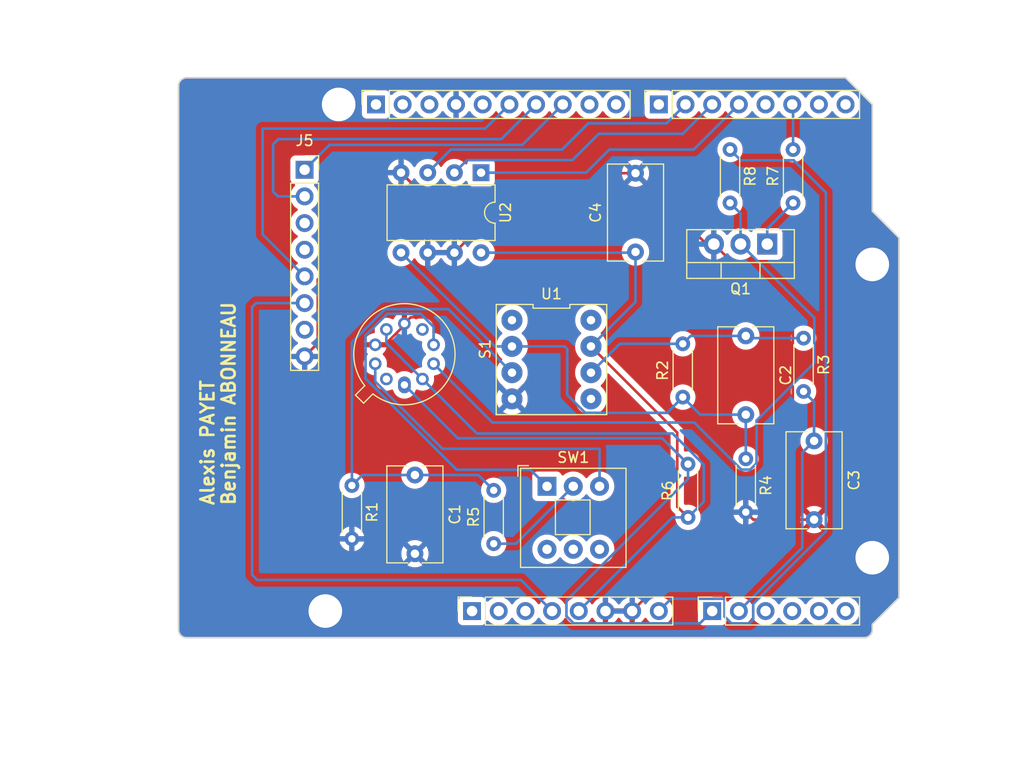
<source format=kicad_pcb>
(kicad_pcb (version 20221018) (generator pcbnew)
  (title_block (title "Gas Sensor") (date "2024-01-20") (company "INSA Toulouse"))
  (layers (0 "F.Cu" signal) (31 "B.Cu" signal) (34 "B.Paste" user) (35 "F.Paste" user) (36 "B.SilkS" user "B.Silkscreen") (37 "F.SilkS" user "F.Silkscreen") (38 "B.Mask" user) (39 "F.Mask" user) (44 "Edge.Cuts" user))
  (net 0 "")
  (net 1 "GND")
  (net 3 "+5V")
  (net 4 "/IOREF")
  (net 5 "Net-(U1-+IN)")
  (net 6 "Net-(U1-OUT)")
  (net 7 "/13")
  (net 8 "POT_R")
  (net 9 "/8")
  (net 10 "/7")
  (net 11 "UNO_A1")
  (net 12 "+3.3V")
  (net 13 "/*9")
  (net 14 "+12V")
  (net 15 "LoRa_RST")
  (net 16 "LoRa_RX")
  (net 17 "LoRa_TX")
  (net 18 "/TX{slash}1")
  (net 19 "/*3")
  (net 20 "/RX{slash}0")
  (net 21 "UNO_A0")
  (net 22 "POT_MOSI")
  (net 23 "/~{RESET}")
  (net 25 "POT_SCK")
  (net 26 "POT_CS")
  (net 27 "SW_GAS_CTRL")
  (net 31 "Net-(Q1-G)")
  (net 32 "SW_12V")
  (net 33 "Net-(SW1-B)")
  (net 34 "SW_SENSOR1")
  (net 35 "SW_SENSOR2")
  (footprint "Connector_PinSocket_2.54mm:PinSocket_1x08_P2.54mm_Vertical" (layer "F.Cu") (at 127.94 97.46 90)
    (fp_text reference "J1" hide)
    (fp_text value "Power")
    (fp_line (start -1.33 1.27) (end -1.33 19.11) (stroke (width 0.12)) (layer "F.SilkS"))
    (fp_line (start -1.33 1.27) (end 1.33 1.27) (stroke (width 0.12)) (layer "F.SilkS"))
    (fp_line (start -1.33 19.11) (end 1.33 19.11) (stroke (width 0.12)) (layer "F.SilkS"))
    (fp_line (start 0 -1.33) (end 1.33 -1.33) (stroke (width 0.12)) (layer "F.SilkS"))
    (fp_line (start 1.33 -1.33) (end 1.33 0) (stroke (width 0.12)) (layer "F.SilkS"))
    (fp_line (start 1.33 1.27) (end 1.33 19.11) (stroke (width 0.12)) (layer "F.SilkS"))
    (pad "1" thru_hole rect locked (at 0 0 90) (size 1.7 1.7) (drill 1) (layers "*.Cu" "*.Mask"))
    (pad "2" thru_hole oval locked (at 0 2.54 90) (size 1.7 1.7) (drill 1) (layers "*.Cu" "*.Mask") (net 4 "/IOREF"))
    (pad "3" thru_hole oval locked (at 0 5.08 90) (size 1.7 1.7) (drill 1) (layers "*.Cu" "*.Mask") (net 23 "/~{RESET}"))
    (pad "4" thru_hole oval locked (at 0 7.62 90) (size 1.7 1.7) (drill 1) (layers "*.Cu" "*.Mask") (net 12 "+3.3V"))
    (pad "5" thru_hole oval locked (at 0 10.16 90) (size 1.7 1.7) (drill 1) (layers "*.Cu" "*.Mask") (net 3 "+5V"))
    (pad "6" thru_hole oval locked (at 0 12.7 90) (size 1.7 1.7) (drill 1) (layers "*.Cu" "*.Mask") (net 1 "GND"))
    (pad "7" thru_hole oval locked (at 0 15.24 90) (size 1.7 1.7) (drill 1) (layers "*.Cu" "*.Mask") (net 1 "GND"))
    (pad "8" thru_hole oval locked (at 0 17.78 90) (size 1.7 1.7) (drill 1) (layers "*.Cu" "*.Mask") (net 14 "+12V"))
  )
  (footprint "Connector_PinSocket_2.54mm:PinSocket_1x06_P2.54mm_Vertical" (layer "F.Cu") (at 150.8 97.46 90)
    (fp_text reference "J3" hide)
    (fp_text value "Analog")
    (fp_line (start -1.33 1.27) (end -1.33 14.03) (stroke (width 0.12)) (layer "F.SilkS"))
    (fp_line (start -1.33 1.27) (end 1.33 1.27) (stroke (width 0.12)) (layer "F.SilkS"))
    (fp_line (start -1.33 14.03) (end 1.33 14.03) (stroke (width 0.12)) (layer "F.SilkS"))
    (fp_line (start 0 -1.33) (end 1.33 -1.33) (stroke (width 0.12)) (layer "F.SilkS"))
    (fp_line (start 1.33 -1.33) (end 1.33 0) (stroke (width 0.12)) (layer "F.SilkS"))
    (fp_line (start 1.33 1.27) (end 1.33 14.03) (stroke (width 0.12)) (layer "F.SilkS"))
    (pad "1" thru_hole rect locked (at 0 0 90) (size 1.7 1.7) (drill 1) (layers "*.Cu" "*.Mask") (net 21 "UNO_A0"))
    (pad "2" thru_hole oval locked (at 0 2.54 90) (size 1.7 1.7) (drill 1) (layers "*.Cu" "*.Mask") (net 11 "UNO_A1"))
    (pad "3" thru_hole oval locked (at 0 5.08 90) (size 1.7 1.7) (drill 1) (layers "*.Cu" "*.Mask"))
    (pad "4" thru_hole oval locked (at 0 7.62 90) (size 1.7 1.7) (drill 1) (layers "*.Cu" "*.Mask"))
    (pad "5" thru_hole oval locked (at 0 10.16 90) (size 1.7 1.7) (drill 1) (layers "*.Cu" "*.Mask"))
    (pad "6" thru_hole oval locked (at 0 12.7 90) (size 1.7 1.7) (drill 1) (layers "*.Cu" "*.Mask"))
  )
  (footprint "Connector_PinSocket_2.54mm:PinSocket_1x10_P2.54mm_Vertical" (layer "F.Cu") (at 118.796 49.2 90)
    (fp_text reference "J2" hide)
    (fp_text value "Digital/PWM")
    (fp_line (start -1.33 1.27) (end -1.33 24.19) (stroke (width 0.12)) (layer "F.SilkS"))
    (fp_line (start -1.33 1.27) (end 1.33 1.27) (stroke (width 0.12)) (layer "F.SilkS"))
    (fp_line (start -1.33 24.19) (end 1.33 24.19) (stroke (width 0.12)) (layer "F.SilkS"))
    (fp_line (start 0 -1.33) (end 1.33 -1.33) (stroke (width 0.12)) (layer "F.SilkS"))
    (fp_line (start 1.33 -1.33) (end 1.33 0) (stroke (width 0.12)) (layer "F.SilkS"))
    (fp_line (start 1.33 1.27) (end 1.33 24.19) (stroke (width 0.12)) (layer "F.SilkS"))
    (pad "1" thru_hole rect locked (at 0 0 90) (size 1.7 1.7) (drill 1) (layers "*.Cu" "*.Mask"))
    (pad "2" thru_hole oval locked (at 0 2.54 90) (size 1.7 1.7) (drill 1) (layers "*.Cu" "*.Mask"))
    (pad "3" thru_hole oval locked (at 0 5.08 90) (size 1.7 1.7) (drill 1) (layers "*.Cu" "*.Mask"))
    (pad "4" thru_hole oval locked (at 0 7.62 90) (size 1.7 1.7) (drill 1) (layers "*.Cu" "*.Mask") (net 1 "GND"))
    (pad "5" thru_hole oval locked (at 0 10.16 90) (size 1.7 1.7) (drill 1) (layers "*.Cu" "*.Mask") (net 7 "/13"))
    (pad "6" thru_hole oval locked (at 0 12.7 90) (size 1.7 1.7) (drill 1) (layers "*.Cu" "*.Mask") (net 15 "LoRa_RST"))
    (pad "7" thru_hole oval locked (at 0 15.24 90) (size 1.7 1.7) (drill 1) (layers "*.Cu" "*.Mask") (net 16 "LoRa_RX"))
    (pad "8" thru_hole oval locked (at 0 17.78 90) (size 1.7 1.7) (drill 1) (layers "*.Cu" "*.Mask") (net 17 "LoRa_TX"))
    (pad "9" thru_hole oval locked (at 0 20.32 90) (size 1.7 1.7) (drill 1) (layers "*.Cu" "*.Mask") (net 13 "/*9"))
    (pad "10" thru_hole oval locked (at 0 22.86 90) (size 1.7 1.7) (drill 1) (layers "*.Cu" "*.Mask") (net 9 "/8"))
  )
  (footprint "Connector_PinSocket_2.54mm:PinSocket_1x08_P2.54mm_Vertical" (layer "F.Cu") (at 145.72 49.2 90)
    (fp_text reference "J4" hide)
    (fp_text value "Digital/PWM")
    (fp_line (start -1.33 1.27) (end -1.33 19.11) (stroke (width 0.12)) (layer "F.SilkS"))
    (fp_line (start -1.33 1.27) (end 1.33 1.27) (stroke (width 0.12)) (layer "F.SilkS"))
    (fp_line (start -1.33 19.11) (end 1.33 19.11) (stroke (width 0.12)) (layer "F.SilkS"))
    (fp_line (start 0 -1.33) (end 1.33 -1.33) (stroke (width 0.12)) (layer "F.SilkS"))
    (fp_line (start 1.33 -1.33) (end 1.33 0) (stroke (width 0.12)) (layer "F.SilkS"))
    (fp_line (start 1.33 1.27) (end 1.33 19.11) (stroke (width 0.12)) (layer "F.SilkS"))
    (pad "1" thru_hole rect locked (at 0 0 90) (size 1.7 1.7) (drill 1) (layers "*.Cu" "*.Mask") (net 10 "/7"))
    (pad "2" thru_hole oval locked (at 0 2.54 90) (size 1.7 1.7) (drill 1) (layers "*.Cu" "*.Mask") (net 22 "POT_MOSI"))
    (pad "3" thru_hole oval locked (at 0 5.08 90) (size 1.7 1.7) (drill 1) (layers "*.Cu" "*.Mask") (net 25 "POT_SCK"))
    (pad "4" thru_hole oval locked (at 0 7.62 90) (size 1.7 1.7) (drill 1) (layers "*.Cu" "*.Mask") (net 26 "POT_CS"))
    (pad "5" thru_hole oval locked (at 0 10.16 90) (size 1.7 1.7) (drill 1) (layers "*.Cu" "*.Mask") (net 19 "/*3"))
    (pad "6" thru_hole oval locked (at 0 12.7 90) (size 1.7 1.7) (drill 1) (layers "*.Cu" "*.Mask") (net 27 "SW_GAS_CTRL"))
    (pad "7" thru_hole oval locked (at 0 15.24 90) (size 1.7 1.7) (drill 1) (layers "*.Cu" "*.Mask") (net 18 "/TX{slash}1"))
    (pad "8" thru_hole oval locked (at 0 17.78 90) (size 1.7 1.7) (drill 1) (layers "*.Cu" "*.Mask") (net 20 "/RX{slash}0"))
  )
  (footprint "Capacitor_THT:C_Rect_L9.0mm_W5.1mm_P7.50mm_MKT" (layer "F.Cu") (at 122.5 84.5 -90)
    (fp_text reference "C1" (at 3.75 -3.8 90) (layer "F.SilkS"))
    (fp_text value "100n")
    (fp_line (start -0.87 -2.67) (end -0.87 -0.665) (stroke (width 0.12)) (layer "F.SilkS"))
    (fp_line (start -0.87 -2.67) (end 8.37 -2.67) (stroke (width 0.12)) (layer "F.SilkS"))
    (fp_line (start -0.87 0.665) (end -0.87 2.67) (stroke (width 0.12)) (layer "F.SilkS"))
    (fp_line (start -0.87 2.67) (end 8.37 2.67) (stroke (width 0.12)) (layer "F.SilkS"))
    (fp_line (start 8.37 -2.67) (end 8.37 -0.665) (stroke (width 0.12)) (layer "F.SilkS"))
    (fp_line (start 8.37 0.665) (end 8.37 2.67) (stroke (width 0.12)) (layer "F.SilkS"))
    (pad "1" thru_hole circle (at 0 0 270) (size 1.6 1.6) (drill 0.8) (layers "*.Cu" "*.Mask") (net 5 "Net-(U1-+IN)"))
    (pad "2" thru_hole circle (at 7.5 0 270) (size 1.6 1.6) (drill 0.8) (layers "*.Cu" "*.Mask") (net 1 "GND"))
  )
  (footprint "Package_DIP:DIP-8_W7.62mm" (layer "F.Cu") (at 128.8 55.7 -90)
    (fp_text reference "U2" (at 3.81 -2.33 90) (layer "F.SilkS"))
    (fp_text value "MCP41100")
    (fp_line (start 1.16 -1.33) (end 1.16 8.95) (stroke (width 0.12)) (layer "F.SilkS"))
    (fp_line (start 1.16 8.95) (end 6.46 8.95) (stroke (width 0.12)) (layer "F.SilkS"))
    (fp_line (start 2.81 -1.33) (end 1.16 -1.33) (stroke (width 0.12)) (layer "F.SilkS"))
    (fp_line (start 6.46 -1.33) (end 4.81 -1.33) (stroke (width 0.12)) (layer "F.SilkS"))
    (fp_line (start 6.46 8.95) (end 6.46 -1.33) (stroke (width 0.12)) (layer "F.SilkS"))
    (fp_arc (start 4.81 -1.33) (mid 3.81 -0.33) (end 2.81 -1.33) (stroke (width 0.12)) (layer "F.SilkS"))
    (pad "1" thru_hole rect (at 0 0 270) (size 1.6 1.6) (drill 0.8) (layers "*.Cu" "*.Mask") (net 26 "POT_CS"))
    (pad "2" thru_hole oval (at 0 2.54 270) (size 1.6 1.6) (drill 0.8) (layers "*.Cu" "*.Mask") (net 25 "POT_SCK"))
    (pad "3" thru_hole oval (at 0 5.08 270) (size 1.6 1.6) (drill 0.8) (layers "*.Cu" "*.Mask") (net 22 "POT_MOSI"))
    (pad "4" thru_hole oval (at 0 7.62 270) (size 1.6 1.6) (drill 0.8) (layers "*.Cu" "*.Mask") (net 1 "GND"))
    (pad "5" thru_hole oval (at 7.62 7.62 270) (size 1.6 1.6) (drill 0.8) (layers "*.Cu" "*.Mask") (net 8 "POT_R"))
    (pad "6" thru_hole oval (at 7.62 5.08 270) (size 1.6 1.6) (drill 0.8) (layers "*.Cu" "*.Mask") (net 1 "GND"))
    (pad "7" thru_hole oval (at 7.62 2.54 270) (size 1.6 1.6) (drill 0.8) (layers "*.Cu" "*.Mask") (net 1 "GND"))
    (pad "8" thru_hole oval (at 7.62 0 270) (size 1.6 1.6) (drill 0.8) (layers "*.Cu" "*.Mask") (net 3 "+5V"))
  )
  (footprint "Gas_Sensor_Library:Sensor_Gas" (layer "F.Cu") (at 121.5 75.915 90)
    (fp_text reference "S1" (at 3.42 7.68 90) (layer "F.SilkS"))
    (fp_text value "~")
    (fp_line (start -1.745856 -3.888039) (end -0.854902 -2.997084) (stroke (width 0.12)) (layer "F.SilkS"))
    (fp_line (start -0.968039 -4.665856) (end -1.745856 -3.888039) (stroke (width 0.12)) (layer "F.SilkS"))
    (fp_line (start -0.077084 -3.774902) (end -0.968039 -4.665856) (stroke (width 0.12)) (layer "F.SilkS"))
    (fp_arc (start -0.077084 -3.774902) (mid 6.328125 3.408384) (end -0.854674 -2.997371) (stroke (width 0.12)) (layer "F.SilkS"))
    (pad "1" thru_hole oval (at 0 0 90) (size 1.6 1.2) (drill 0.7) (layers "*.Cu" "*.Mask") (net 21 "UNO_A0"))
    (pad "2" thru_hole oval (at 0.55767 1.716333 90) (size 1.2 1.2) (drill 0.7) (layers "*.Cu" "*.Mask") (net 3 "+5V"))
    (pad "3" thru_hole oval (at 2.01767 2.777085 90) (size 1.2 1.2) (drill 0.7) (layers "*.Cu" "*.Mask") (net 32 "SW_12V"))
    (pad "4" thru_hole oval (at 3.82233 2.777085 90) (size 1.2 1.2) (drill 0.7) (layers "*.Cu" "*.Mask") (net 34 "SW_SENSOR1"))
    (pad "5" thru_hole oval (at 5.28233 1.716333 90) (size 1.2 1.2) (drill 0.7) (layers "*.Cu" "*.Mask"))
    (pad "6" thru_hole oval (at 5.84 0 90) (size 1.2 1.2) (drill 0.7) (layers "*.Cu" "*.Mask") (net 1 "GND"))
    (pad "7" thru_hole oval (at 5.28233 -1.716333 90) (size 1.2 1.2) (drill 0.7) (layers "*.Cu" "*.Mask") (net 3 "+5V"))
    (pad "8" thru_hole oval (at 3.82233 -2.777085 90) (size 1.2 1.2) (drill 0.7) (layers "*.Cu" "*.Mask") (net 1 "GND"))
    (pad "9" thru_hole oval (at 2.01767 -2.777085 90) (size 1.2 1.2) (drill 0.7) (layers "*.Cu" "*.Mask") (net 35 "SW_SENSOR2"))
    (pad "10" thru_hole oval (at 0.55767 -1.716333 90) (size 1.2 1.2) (drill 0.7) (layers "*.Cu" "*.Mask"))
  )
  (footprint "Resistor_THT:R_Axial_DIN0204_L3.6mm_D1.6mm_P5.08mm_Horizontal" (layer "F.Cu") (at 159.5 71.46 -90)
    (fp_text reference "R3" (at 2.54 -1.92 90) (layer "F.SilkS"))
    (fp_text value "1k")
    (fp_line (start 0.62 -0.92) (end 4.46 -0.92) (stroke (width 0.12)) (layer "F.SilkS"))
    (fp_line (start 0.62 0.92) (end 4.46 0.92) (stroke (width 0.12)) (layer "F.SilkS"))
    (pad "1" thru_hole circle (at 0 0 270) (size 1.4 1.4) (drill 0.7) (layers "*.Cu" "*.Mask") (net 6 "Net-(U1-OUT)"))
    (pad "2" thru_hole oval (at 5.08 0 270) (size 1.4 1.4) (drill 0.7) (layers "*.Cu" "*.Mask") (net 11 "UNO_A1"))
  )
  (footprint "Resistor_THT:R_Axial_DIN0204_L3.6mm_D1.6mm_P5.08mm_Horizontal" (layer "F.Cu") (at 148 77.08 90)
    (fp_text reference "R2" (at 2.54 -1.92 90) (layer "F.SilkS"))
    (fp_text value "100k")
    (fp_line (start 0.62 -0.92) (end 4.46 -0.92) (stroke (width 0.12)) (layer "F.SilkS"))
    (fp_line (start 0.62 0.92) (end 4.46 0.92) (stroke (width 0.12)) (layer "F.SilkS"))
    (pad "1" thru_hole circle (at 0 0 90) (size 1.4 1.4) (drill 0.7) (layers "*.Cu" "*.Mask") (net 8 "POT_R"))
    (pad "2" thru_hole oval (at 5.08 0 90) (size 1.4 1.4) (drill 0.7) (layers "*.Cu" "*.Mask") (net 6 "Net-(U1-OUT)"))
  )
  (footprint "Arduino_MountingHole:MountingHole_3.2mm" (layer "F.Cu") (at 115.24 49.2)
    (fp_text reference "MH1" hide)
    (fp_text value "MountingHole_3.2mm" hide)
    (pad "" np_thru_hole circle locked (at 0 0) (size 3.2 3.2) (drill 3.2) (layers "*.Cu" "*.Mask"))
  )
  (footprint "Resistor_THT:R_Axial_DIN0204_L3.6mm_D1.6mm_P5.08mm_Horizontal" (layer "F.Cu") (at 116.5 85.5 -90)
    (fp_text reference "R1" (at 2.54 -1.92 90) (layer "F.SilkS"))
    (fp_text value "100k")
    (fp_line (start 0.62 -0.92) (end 4.46 -0.92) (stroke (width 0.12)) (layer "F.SilkS"))
    (fp_line (start 0.62 0.92) (end 4.46 0.92) (stroke (width 0.12)) (layer "F.SilkS"))
    (pad "1" thru_hole circle (at 0 0 270) (size 1.4 1.4) (drill 0.7) (layers "*.Cu" "*.Mask") (net 5 "Net-(U1-+IN)"))
    (pad "2" thru_hole oval (at 5.08 0 270) (size 1.4 1.4) (drill 0.7) (layers "*.Cu" "*.Mask") (net 1 "GND"))
  )
  (footprint "Capacitor_THT:C_Rect_L9.0mm_W5.1mm_P7.50mm_MKT" (layer "F.Cu") (at 154 71.25 -90)
    (fp_text reference "C2" (at 3.75 -3.8 90) (layer "F.SilkS"))
    (fp_text value "1u")
    (fp_line (start -0.87 -2.67) (end -0.87 -0.665) (stroke (width 0.12)) (layer "F.SilkS"))
    (fp_line (start -0.87 -2.67) (end 8.37 -2.67) (stroke (width 0.12)) (layer "F.SilkS"))
    (fp_line (start -0.87 0.665) (end -0.87 2.67) (stroke (width 0.12)) (layer "F.SilkS"))
    (fp_line (start -0.87 2.67) (end 8.37 2.67) (stroke (width 0.12)) (layer "F.SilkS"))
    (fp_line (start 8.37 -2.67) (end 8.37 -0.665) (stroke (width 0.12)) (layer "F.SilkS"))
    (fp_line (start 8.37 0.665) (end 8.37 2.67) (stroke (width 0.12)) (layer "F.SilkS"))
    (pad "1" thru_hole circle (at 0 0 270) (size 1.6 1.6) (drill 0.8) (layers "*.Cu" "*.Mask") (net 6 "Net-(U1-OUT)"))
    (pad "2" thru_hole circle (at 7.5 0 270) (size 1.6 1.6) (drill 0.8) (layers "*.Cu" "*.Mask") (net 8 "POT_R"))
  )
  (footprint "Gas_Sensor_Library:LTC1050" (layer "F.Cu") (at 135.5 73.5 -90)
    (fp_text reference "U1" (at -6.25 0) (layer "F.SilkS"))
    (fp_text value "LTC1050")
    (fp_line (start -5.25 -5.26) (end -5.25 -1.753333) (stroke (width 0.12)) (layer "F.SilkS"))
    (fp_line (start -5.25 -1.753333) (end -4.89 -1.753333) (stroke (width 0.12)) (layer "F.SilkS"))
    (fp_line (start -5.25 1.753333) (end -5.25 5.26) (stroke (width 0.12)) (layer "F.SilkS"))
    (fp_line (start -5.25 5.26) (end 5.25 5.26) (stroke (width 0.12)) (layer "F.SilkS"))
    (fp_line (start -4.89 -1.753333) (end -4.89 1.753333) (stroke (width 0.12)) (layer "F.SilkS"))
    (fp_line (start -4.89 1.753333) (end -5.25 1.753333) (stroke (width 0.12)) (layer "F.SilkS"))
    (fp_line (start 5.25 -5.26) (end -5.25 -5.26) (stroke (width 0.12)) (layer "F.SilkS"))
    (fp_line (start 5.25 5.26) (end 5.25 -5.26) (stroke (width 0.12)) (layer "F.SilkS"))
    (pad "1" thru_hole circle (at -3.75 3.76 270) (size 2 2) (drill 0.8) (layers "*.Cu" "*.Mask"))
    (pad "2" thru_hole circle (at -1.25 3.76 270) (size 2 2) (drill 0.8) (layers "*.Cu" "*.Mask") (net 8 "POT_R"))
    (pad "3" thru_hole circle (at 1.25 3.76 270) (size 2 2) (drill 0.8) (layers "*.Cu" "*.Mask") (net 5 "Net-(U1-+IN)"))
    (pad "4" thru_hole circle (at 3.75 3.76 270) (size 2 2) (drill 0.8) (layers "*.Cu" "*.Mask") (net 1 "GND"))
    (pad "5" thru_hole circle (at 3.75 -3.76 270) (size 2 2) (drill 0.8) (layers "*.Cu" "*.Mask"))
    (pad "6" thru_hole circle (at 1.25 -3.76 270) (size 2 2) (drill 0.8) (layers "*.Cu" "*.Mask") (net 6 "Net-(U1-OUT)"))
    (pad "7" thru_hole circle (at -1.25 -3.76 270) (size 2 2) (drill 0.8) (layers "*.Cu" "*.Mask") (net 3 "+5V"))
    (pad "8" thru_hole circle (at -3.75 -3.76 270) (size 2 2) (drill 0.8) (layers "*.Cu" "*.Mask"))
  )
  (footprint "Capacitor_THT:C_Rect_L9.0mm_W5.1mm_P7.50mm_MKT" (layer "F.Cu") (at 160.5 81.25 -90)
    (fp_text reference "C3" (at 3.75 -3.8 90) (layer "F.SilkS"))
    (fp_text value "100n")
    (fp_line (start -0.87 -2.67) (end -0.87 -0.665) (stroke (width 0.12)) (layer "F.SilkS"))
    (fp_line (start -0.87 -2.67) (end 8.37 -2.67) (stroke (width 0.12)) (layer "F.SilkS"))
    (fp_line (start -0.87 0.665) (end -0.87 2.67) (stroke (width 0.12)) (layer "F.SilkS"))
    (fp_line (start -0.87 2.67) (end 8.37 2.67) (stroke (width 0.12)) (layer "F.SilkS"))
    (fp_line (start 8.37 -2.67) (end 8.37 -0.665) (stroke (width 0.12)) (layer "F.SilkS"))
    (fp_line (start 8.37 0.665) (end 8.37 2.67) (stroke (width 0.12)) (layer "F.SilkS"))
    (pad "1" thru_hole circle (at 0 0 270) (size 1.6 1.6) (drill 0.8) (layers "*.Cu" "*.Mask") (net 11 "UNO_A1"))
    (pad "2" thru_hole circle (at 7.5 0 270) (size 1.6 1.6) (drill 0.8) (layers "*.Cu" "*.Mask") (net 1 "GND"))
  )
  (footprint "Package_TO_SOT_THT:TO-220-3_Vertical" (layer "F.Cu") (at 156.04 62.5 180)
    (fp_text reference "Q1" (at 2.54 -4.27) (layer "F.SilkS"))
    (fp_text value "IRF540N")
    (fp_line (start -2.58 -3.27) (end -2.58 1.371) (stroke (width 0.12)) (layer "F.SilkS"))
    (fp_line (start -2.58 -3.27) (end 7.66 -3.27) (stroke (width 0.12)) (layer "F.SilkS"))
    (fp_line (start -2.58 -1.76) (end 7.66 -1.76) (stroke (width 0.12)) (layer "F.SilkS"))
    (fp_line (start -2.58 1.371) (end 7.66 1.371) (stroke (width 0.12)) (layer "F.SilkS"))
    (fp_line (start 0.69 -3.27) (end 0.69 -1.76) (stroke (width 0.12)) (layer "F.SilkS"))
    (fp_line (start 4.391 -3.27) (end 4.391 -1.76) (stroke (width 0.12)) (layer "F.SilkS"))
    (fp_line (start 7.66 -3.27) (end 7.66 1.371) (stroke (width 0.12)) (layer "F.SilkS"))
    (pad "1" thru_hole rect (at 0 0 180) (size 1.905 2) (drill 1.1) (layers "*.Cu" "*.Mask") (net 31 "Net-(Q1-G)"))
    (pad "2" thru_hole oval (at 2.54 0 180) (size 1.905 2) (drill 1.1) (layers "*.Cu" "*.Mask") (net 32 "SW_12V"))
    (pad "3" thru_hole oval (at 5.08 0 180) (size 1.905 2) (drill 1.1) (layers "*.Cu" "*.Mask") (net 1 "GND"))
  )
  (footprint "Connector_PinSocket_2.54mm:PinSocket_1x08_P2.54mm_Vertical" (layer "F.Cu") (at 112 55.42)
    (fp_text reference "J5" (at 0 -2.77) (layer "F.SilkS"))
    (fp_text value "Conn_01x08")
    (fp_line (start -1.33 1.27) (end -1.33 19.11) (stroke (width 0.12)) (layer "F.SilkS"))
    (fp_line (start -1.33 1.27) (end 1.33 1.27) (stroke (width 0.12)) (layer "F.SilkS"))
    (fp_line (start -1.33 19.11) (end 1.33 19.11) (stroke (width 0.12)) (layer "F.SilkS"))
    (fp_line (start 0 -1.33) (end 1.33 -1.33) (stroke (width 0.12)) (layer "F.SilkS"))
    (fp_line (start 1.33 -1.33) (end 1.33 0) (stroke (width 0.12)) (layer "F.SilkS"))
    (fp_line (start 1.33 1.27) (end 1.33 19.11) (stroke (width 0.12)) (layer "F.SilkS"))
    (pad "1" thru_hole rect (at 0 0) (size 1.7 1.7) (drill 1) (layers "*.Cu" "*.Mask") (net 17 "LoRa_TX"))
    (pad "2" thru_hole oval (at 0 2.54) (size 1.7 1.7) (drill 1) (layers "*.Cu" "*.Mask") (net 16 "LoRa_RX"))
    (pad "3" thru_hole oval (at 0 5.08) (size 1.7 1.7) (drill 1) (layers "*.Cu" "*.Mask"))
    (pad "4" thru_hole oval (at 0 7.62) (size 1.7 1.7) (drill 1) (layers "*.Cu" "*.Mask"))
    (pad "5" thru_hole oval (at 0 10.16) (size 1.7 1.7) (drill 1) (layers "*.Cu" "*.Mask") (net 15 "LoRa_RST"))
    (pad "6" thru_hole oval (at 0 12.7) (size 1.7 1.7) (drill 1) (layers "*.Cu" "*.Mask") (net 12 "+3.3V"))
    (pad "7" thru_hole oval (at 0 15.24) (size 1.7 1.7) (drill 1) (layers "*.Cu" "*.Mask"))
    (pad "8" thru_hole oval (at 0 17.78) (size 1.7 1.7) (drill 1) (layers "*.Cu" "*.Mask") (net 1 "GND"))
  )
  (footprint "Resistor_THT:R_Axial_DIN0204_L3.6mm_D1.6mm_P5.08mm_Horizontal" (layer "F.Cu") (at 158.5 58.58 90)
    (fp_text reference "R7" (at 2.54 -1.92 90) (layer "F.SilkS"))
    (fp_text value "1k")
    (fp_line (start 0.62 -0.92) (end 4.46 -0.92) (stroke (width 0.12)) (layer "F.SilkS"))
    (fp_line (start 0.62 0.92) (end 4.46 0.92) (stroke (width 0.12)) (layer "F.SilkS"))
    (pad "1" thru_hole circle (at 0 0 90) (size 1.4 1.4) (drill 0.7) (layers "*.Cu" "*.Mask") (net 31 "Net-(Q1-G)"))
    (pad "2" thru_hole oval (at 5.08 0 90) (size 1.4 1.4) (drill 0.7) (layers "*.Cu" "*.Mask") (net 27 "SW_GAS_CTRL"))
  )
  (footprint "Resistor_THT:R_Axial_DIN0204_L3.6mm_D1.6mm_P5.08mm_Horizontal" (layer "F.Cu") (at 148.5 88.54 90)
    (fp_text reference "R6" (at 2.54 -1.92 90) (layer "F.SilkS"))
    (fp_text value "100")
    (fp_line (start 0.62 -0.92) (end 4.46 -0.92) (stroke (width 0.12)) (layer "F.SilkS"))
    (fp_line (start 0.62 0.92) (end 4.46 0.92) (stroke (width 0.12)) (layer "F.SilkS"))
    (pad "1" thru_hole circle (at 0 0 90) (size 1.4 1.4) (drill 0.7) (layers "*.Cu" "*.Mask") (net 3 "+5V"))
    (pad "2" thru_hole oval (at 5.08 0 90) (size 1.4 1.4) (drill 0.7) (layers "*.Cu" "*.Mask") (net 21 "UNO_A0"))
  )
  (footprint "Capacitor_THT:C_Rect_L9.0mm_W5.1mm_P7.50mm_MKT" (layer "F.Cu") (at 143.5 63.25 90)
    (fp_text reference "C4" (at 3.75 -3.8 90) (layer "F.SilkS"))
    (fp_text value "100n")
    (fp_line (start -0.87 -2.67) (end -0.87 -0.665) (stroke (width 0.12)) (layer "F.SilkS"))
    (fp_line (start -0.87 -2.67) (end 8.37 -2.67) (stroke (width 0.12)) (layer "F.SilkS"))
    (fp_line (start -0.87 0.665) (end -0.87 2.67) (stroke (width 0.12)) (layer "F.SilkS"))
    (fp_line (start -0.87 2.67) (end 8.37 2.67) (stroke (width 0.12)) (layer "F.SilkS"))
    (fp_line (start 8.37 -2.67) (end 8.37 -0.665) (stroke (width 0.12)) (layer "F.SilkS"))
    (fp_line (start 8.37 0.665) (end 8.37 2.67) (stroke (width 0.12)) (layer "F.SilkS"))
    (pad "1" thru_hole circle (at 0 0 90) (size 1.6 1.6) (drill 0.8) (layers "*.Cu" "*.Mask") (net 3 "+5V"))
    (pad "2" thru_hole circle (at 7.5 0 90) (size 1.6 1.6) (drill 0.8) (layers "*.Cu" "*.Mask") (net 1 "GND"))
  )
  (footprint "Resistor_THT:R_Axial_DIN0204_L3.6mm_D1.6mm_P5.08mm_Horizontal" (layer "F.Cu") (at 154 82.96 -90)
    (fp_text reference "R4" (at 2.54 -1.92 90) (layer "F.SilkS"))
    (fp_text value "1k")
    (fp_line (start 0.62 -0.92) (end 4.46 -0.92) (stroke (width 0.12)) (layer "F.SilkS"))
    (fp_line (start 0.62 0.92) (end 4.46 0.92) (stroke (width 0.12)) (layer "F.SilkS"))
    (pad "1" thru_hole circle (at 0 0 270) (size 1.4 1.4) (drill 0.7) (layers "*.Cu" "*.Mask") (net 8 "POT_R"))
    (pad "2" thru_hole oval (at 5.08 0 270) (size 1.4 1.4) (drill 0.7) (layers "*.Cu" "*.Mask") (net 1 "GND"))
  )
  (footprint "Resistor_THT:R_Axial_DIN0204_L3.6mm_D1.6mm_P5.08mm_Horizontal" (layer "F.Cu") (at 152.5 53.5 -90)
    (fp_text reference "R8" (at 2.54 -1.92 90) (layer "F.SilkS"))
    (fp_text value "10k")
    (fp_line (start 0.62 -0.92) (end 4.46 -0.92) (stroke (width 0.12)) (layer "F.SilkS"))
    (fp_line (start 0.62 0.92) (end 4.46 0.92) (stroke (width 0.12)) (layer "F.SilkS"))
    (pad "1" thru_hole circle (at 0 0 270) (size 1.4 1.4) (drill 0.7) (layers "*.Cu" "*.Mask") (net 14 "+12V"))
    (pad "2" thru_hole oval (at 5.08 0 270) (size 1.4 1.4) (drill 0.7) (layers "*.Cu" "*.Mask") (net 32 "SW_12V"))
  )
  (footprint "Resistor_THT:R_Axial_DIN0204_L3.6mm_D1.6mm_P5.08mm_Horizontal" (layer "F.Cu") (at 130 91.04 90)
    (fp_text reference "R5" (at 2.54 -1.92 90) (layer "F.SilkS"))
    (fp_text value "10k")
    (fp_line (start 0.62 -0.92) (end 4.46 -0.92) (stroke (width 0.12)) (layer "F.SilkS"))
    (fp_line (start 0.62 0.92) (end 4.46 0.92) (stroke (width 0.12)) (layer "F.SilkS"))
    (pad "1" thru_hole circle (at 0 0 90) (size 1.4 1.4) (drill 0.7) (layers "*.Cu" "*.Mask") (net 33 "Net-(SW1-B)"))
    (pad "2" thru_hole oval (at 5.08 0 90) (size 1.4 1.4) (drill 0.7) (layers "*.Cu" "*.Mask") (net 5 "Net-(U1-+IN)"))
  )
  (footprint "Arduino_MountingHole:MountingHole_3.2mm" (layer "F.Cu") (at 113.97 97.46)
    (fp_text reference "MH2" hide)
    (fp_text value "MountingHole_3.2mm" hide)
    (pad "" np_thru_hole circle locked (at 0 0) (size 3.2 3.2) (drill 3.2) (layers "*.Cu" "*.Mask"))
  )
  (footprint "Arduino_MountingHole:MountingHole_3.2mm" (layer "F.Cu") (at 166.04 64.44)
    (fp_text reference "MH3" hide)
    (fp_text value "MountingHole_3.2mm" hide)
    (pad "" np_thru_hole circle locked (at 0 0) (size 3.2 3.2) (drill 3.2) (layers "*.Cu" "*.Mask"))
  )
  (footprint "Arduino_MountingHole:MountingHole_3.2mm" (layer "F.Cu") (at 166.04 92.38)
    (fp_text reference "MH4" hide)
    (fp_text value "MountingHole_3.2mm" hide)
    (pad "" np_thru_hole circle locked (at 0 0) (size 3.2 3.2) (drill 3.2) (layers "*.Cu" "*.Mask"))
  )
  (footprint "Button_Switch_THT:SW_Push_2P2T_Toggle_CK_PVA2xxH2xxxxxxV2" (layer "F.Cu") (at 135.0775 85.5775)
    (fp_text reference "SW1" (at 2.5 -2.75) (layer "F.SilkS"))
    (fp_text value "SW_SPDT")
    (fp_line (start -2.77 -0.97) (end -2.77 -1.97) (stroke (width 0.12)) (layer "F.SilkS"))
    (fp_line (start -2.52 7.72) (end -2.52 -1.72) (stroke (width 0.12)) (layer "F.SilkS"))
    (fp_line (start -1.77 -1.97) (end -2.77 -1.97) (stroke (width 0.12)) (layer "F.SilkS"))
    (fp_line (start 0.8 1.3) (end 0.8 4.6) (stroke (width 0.12)) (layer "F.SilkS"))
    (fp_line (start 4.1 1.3) (end 0.8 1.3) (stroke (width 0.12)) (layer "F.SilkS"))
    (fp_line (start 4.1 1.3) (end 4.1 4.6) (stroke (width 0.12)) (layer "F.SilkS"))
    (fp_line (start 4.1 4.6) (end 0.8 4.6) (stroke (width 0.12)) (layer "F.SilkS"))
    (fp_line (start 7.52 -1.72) (end -2.52 -1.72) (stroke (width 0.12)) (layer "F.SilkS"))
    (fp_line (start 7.52 7.72) (end -2.52 7.72) (stroke (width 0.12)) (layer "F.SilkS"))
    (fp_line (start 7.52 7.72) (end 7.52 -1.72) (stroke (width 0.12)) (layer "F.SilkS"))
    (pad "1" thru_hole rect (at 0 0) (size 1.8 1.8) (drill 0.9) (layers "*.Cu" "*.Mask") (net 34 "SW_SENSOR1"))
    (pad "2" thru_hole circle (at 2.5 0) (size 1.8 1.8) (drill 0.9) (layers "*.Cu" "*.Mask") (net 33 "Net-(SW1-B)"))
    (pad "3" thru_hole circle (at 5 0) (size 1.8 1.8) (drill 0.9) (layers "*.Cu" "*.Mask") (net 35 "SW_SENSOR2"))
    (pad "4" thru_hole circle (at 0 6) (size 1.8 1.8) (drill 0.9) (layers "*.Cu" "*.Mask"))
    (pad "5" thru_hole circle (at 2.5 6) (size 1.8 1.8) (drill 0.9) (layers "*.Cu" "*.Mask"))
    (pad "6" thru_hole circle (at 5 6) (size 1.8 1.8) (drill 0.9) (layers "*.Cu" "*.Mask"))
  )
  (gr_line (start 166.04 59.36) (end 168.58 61.9) (stroke (width 0.15)) (layer "Edge.Cuts"))
  (gr_line (start 100 99.238) (end 100 47.422) (stroke (width 0.15)) (layer "Edge.Cuts"))
  (gr_line (start 168.58 61.9) (end 168.58 96.19) (stroke (width 0.15)) (layer "Edge.Cuts"))
  (gr_line (start 165.278 100) (end 100.762 100) (stroke (width 0.15)) (layer "Edge.Cuts"))
  (gr_line (start 100.762 46.66) (end 163.5 46.66) (stroke (width 0.15)) (layer "Edge.Cuts"))
  (gr_arc (start 100.762 100) (mid 100.223185 99.776815) (end 100 99.238) (stroke (width 0.15)) (layer "Edge.Cuts"))
  (gr_line (start 168.58 96.19) (end 166.04 98.73) (stroke (width 0.15)) (layer "Edge.Cuts"))
  (gr_line (start 163.5 46.66) (end 166.04 49.2) (stroke (width 0.15)) (layer "Edge.Cuts"))
  (gr_arc (start 166.04 99.238) (mid 165.816815 99.776815) (end 165.278 100) (stroke (width 0.15)) (layer "Edge.Cuts"))
  (gr_line (start 166.04 49.2) (end 166.04 59.36) (stroke (width 0.15)) (layer "Edge.Cuts"))
  (gr_line (start 166.04 98.73) (end 166.04 99.238) (stroke (width 0.15)) (layer "Edge.Cuts"))
  (gr_arc (start 100 47.422) (mid 100.223185 46.883185) (end 100.762 46.66) (stroke (width 0.15)) (layer "Edge.Cuts"))
  (gr_text "Alexis PAYET\nBenjamin ABONNEAU" (at 105.5 87.5 90) (layer "F.SilkS") (effects (font (size 1.25 1.25) (thickness 0.25) bold) (justify left bottom)))
  (segment (start 150.96 62.5) (end 150.25 62.5) (width 0.25) (layer "F.Cu") (net 1))
  (segment (start 150.25 62.5) (end 143.5 55.75) (width 0.25) (layer "F.Cu") (net 1))
  (segment (start 152.6 88.04) (end 143.18 97.46) (width 0.25) (layer "F.Cu") (net 1))
  (segment (start 126.26 63.32) (end 123.72 63.32) (width 0.25) (layer "F.Cu") (net 1))
  (segment (start 113.25 71.95) (end 112 73.2) (width 0.25) (layer "F.Cu") (net 1))
  (segment (start 160.5 88.75) (end 158.475 86.725) (width 0.25) (layer "F.Cu") (net 1))
  (segment (start 122.1 69.475) (end 123.965 69.475) (width 0.25) (layer "F.Cu") (net 1))
  (segment (start 133.83 55.75) (end 126.26 63.32) (width 0.25) (layer "F.Cu") (net 1))
  (segment (start 118.722915 72.09267) (end 119.631815 72.09267) (width 0.25) (layer "F.Cu") (net 1))
  (segment (start 113.10733 72.09267) (end 118.722915 72.09267) (width 0.25) (layer "F.Cu") (net 1))
  (segment (start 158.475 70.015) (end 150.96 62.5) (width 0.25) (layer "F.Cu") (net 1))
  (segment (start 112 73.2) (end 113.10733 72.09267) (width 0.25) (layer "F.Cu") (net 1))
  (segment (start 121.08 90.58) (end 122.5 92) (width 0.25) (layer "F.Cu") (net 1))
  (segment (start 158.475 86.725) (end 158.475 70.015) (width 0.25) (layer "F.Cu") (net 1))
  (segment (start 154 88.04) (end 152.6 88.04) (width 0.25) (layer "F.Cu") (net 1))
  (segment (start 118.41 90.58) (end 116.5 90.58) (width 0.25) (layer "F.Cu") (net 1))
  (segment (start 121.5 70.075) (end 122.1 69.475) (width 0.25) (layer "F.Cu") (net 1))
  (segment (start 116.5 90.58) (end 121.08 90.58) (width 0.25) (layer "F.Cu") (net 1))
  (segment (start 122.305 56.825) (end 113.25 65.88) (width 0.25) (layer "F.Cu") (net 1))
  (segment (start 119.631815 72.09267) (end 121.5 70.224485) (width 0.25) (layer "F.Cu") (net 1))
  (segment (start 160.5 88.75) (end 154.71 88.75) (width 0.25) (layer "F.Cu") (net 1))
  (segment (start 113.25 65.88) (end 113.25 71.95) (width 0.25) (layer "F.Cu") (net 1))
  (segment (start 123.72 58.24) (end 121.18 55.7) (width 0.25) (layer "F.Cu") (net 1))
  (segment (start 121.5 70.224485) (end 121.5 70.075) (width 0.25) (layer "F.Cu") (net 1))
  (segment (start 121.18 55.7) (end 122.305 56.825) (width 0.25) (layer "F.Cu") (net 1))
  (segment (start 123.72 63.32) (end 123.72 58.24) (width 0.25) (layer "F.Cu") (net 1))
  (segment (start 154.71 88.75) (end 154 88.04) (width 0.25) (layer "F.Cu") (net 1))
  (segment (start 123.965 69.475) (end 131.74 77.25) (width 0.25) (layer "F.Cu") (net 1))
  (segment (start 143.5 55.75) (end 133.83 55.75) (width 0.25) (layer "F.Cu") (net 1))
  (segment (start 131.74 77.25) (end 118.41 90.58) (width 0.25) (layer "F.Cu") (net 1))
  (segment (start 147.475 80.465) (end 139.26 72.25) (width 0.25) (layer "F.Cu") (net 3))
  (segment (start 147.475 87.515) (end 147.475 80.465) (width 0.25) (layer "F.Cu") (net 3))
  (segment (start 148.5 88.54) (end 147.475 87.515) (width 0.25) (layer "F.Cu") (net 3))
  (segment (start 147.039569 80.55) (end 150 83.510431) (width 0.25) (layer "B.Cu") (net 3))
  (segment (start 147.02 88.54) (end 138.1 97.46) (width 0.25) (layer "B.Cu") (net 3))
  (segment (start 123.216333 75.35733) (end 128.409003 80.55) (width 0.25) (layer "B.Cu") (net 3))
  (segment (start 119.783667 70.63267) (end 119.783667 71.924664) (width 0.25) (layer "B.Cu") (net 3))
  (segment (start 119.783667 71.924664) (end 123.216333 75.35733) (width 0.25) (layer "B.Cu") (net 3))
  (segment (start 139.26 72.25) (end 143.5 68.01) (width 0.25) (layer "B.Cu") (net 3))
  (segment (start 143.5 68.01) (end 143.5 63.25) (width 0.25) (layer "B.Cu") (net 3))
  (segment (start 128.8 63.32) (end 143.43 63.32) (width 0.25) (layer "B.Cu") (net 3))
  (segment (start 148.5 88.54) (end 147.02 88.54) (width 0.25) (layer "B.Cu") (net 3))
  (segment (start 128.409003 80.55) (end 147.039569 80.55) (width 0.25) (layer "B.Cu") (net 3))
  (segment (start 150 83.510431) (end 150 87.04) (width 0.25) (layer "B.Cu") (net 3))
  (segment (start 150 87.04) (end 148.5 88.54) (width 0.25) (layer "B.Cu") (net 3))
  (segment (start 143.43 63.32) (end 143.5 63.25) (width 0.25) (layer "B.Cu") (net 3))
  (segment (start 116.5 71.863604) (end 116.5 85.5) (width 0.25) (layer "B.Cu") (net 5))
  (segment (start 119.663604 68.7) (end 116.5 71.863604) (width 0.25) (layer "B.Cu") (net 5))
  (segment (start 131.74 74.75) (end 125.69 68.7) (width 0.25) (layer "B.Cu") (net 5))
  (segment (start 125.69 68.7) (end 119.663604 68.7) (width 0.25) (layer "B.Cu") (net 5))
  (segment (start 117.5 84.5) (end 122.5 84.5) (width 0.25) (layer "B.Cu") (net 5))
  (segment (start 122.5 84.5) (end 128.54 84.5) (width 0.25) (layer "B.Cu") (net 5))
  (segment (start 128.54 84.5) (end 130 85.96) (width 0.25) (layer "B.Cu") (net 5))
  (segment (start 116.5 85.5) (end 117.5 84.5) (width 0.25) (layer "B.Cu") (net 5))
  (segment (start 139.26 74.75) (end 142.01 72) (width 0.25) (layer "B.Cu") (net 6))
  (segment (start 154 71.25) (end 148.75 71.25) (width 0.25) (layer "B.Cu") (net 6))
  (segment (start 142.01 72) (end 148 72) (width 0.25) (layer "B.Cu") (net 6))
  (segment (start 154.21 71.46) (end 154 71.25) (width 0.25) (layer "B.Cu") (net 6))
  (segment (start 159.5 71.46) (end 154.21 71.46) (width 0.25) (layer "B.Cu") (net 6))
  (segment (start 148.75 71.25) (end 148 72) (width 0.25) (layer "B.Cu") (net 6))
  (segment (start 146.505 78.575) (end 138.711167 78.575) (width 0.25) (layer "B.Cu") (net 8))
  (segment (start 148 77.08) (end 149.67 78.75) (width 0.25) (layer "B.Cu") (net 8))
  (segment (start 136.75 72.25) (end 131.74 72.25) (width 0.25) (layer "B.Cu") (net 8))
  (segment (start 137 76.863833) (end 137 72.5) (width 0.25) (layer "B.Cu") (net 8))
  (segment (start 121.18 63.32) (end 130.11 72.25) (width 0.25) (layer "B.Cu") (net 8))
  (segment (start 148 77.08) (end 146.505 78.575) (width 0.25) (layer "B.Cu") (net 8))
  (segment (start 137 72.5) (end 136.75 72.25) (width 0.25) (layer "B.Cu") (net 8))
  (segment (start 154 78.75) (end 154 82.96) (width 0.25) (layer "B.Cu") (net 8))
  (segment (start 149.67 78.75) (end 154 78.75) (width 0.25) (layer "B.Cu") (net 8))
  (segment (start 130.11 72.25) (end 131.74 72.25) (width 0.25) (layer "B.Cu") (net 8))
  (segment (start 138.711167 78.575) (end 137 76.863833) (width 0.25) (layer "B.Cu") (net 8))
  (segment (start 159.375 82.375) (end 159.375 91.425) (width 0.25) (layer "B.Cu") (net 11))
  (segment (start 160.5 81.25) (end 159.375 82.375) (width 0.25) (layer "B.Cu") (net 11))
  (segment (start 159.375 91.425) (end 153.34 97.46) (width 0.25) (layer "B.Cu") (net 11))
  (segment (start 160.5 81.25) (end 160.5 77.54) (width 0.25) (layer "B.Cu") (net 11))
  (segment (start 160.5 77.54) (end 159.5 76.54) (width 0.25) (layer "B.Cu") (net 11))
  (segment (start 107.5 94.5) (end 132.6 94.5) (width 0.25) (layer "B.Cu") (net 12))
  (segment (start 107 68.5) (end 107 94) (width 0.25) (layer "B.Cu") (net 12))
  (segment (start 107.38 68.12) (end 107 68.5) (width 0.25) (layer "B.Cu") (net 12))
  (segment (start 132.6 94.5) (end 135.56 97.46) (width 0.25) (layer "B.Cu") (net 12))
  (segment (start 107 94) (end 107.5 94.5) (width 0.25) (layer "B.Cu") (net 12))
  (segment (start 112 68.12) (end 107.38 68.12) (width 0.25) (layer "B.Cu") (net 12))
  (segment (start 161.625 57.585482) (end 161.625 89.863299) (width 0.25) (layer "B.Cu") (net 14))
  (segment (start 152.635 98.635) (end 151.975 97.975) (width 0.25) (layer "B.Cu") (net 14))
  (segment (start 158.564518 54.525) (end 161.625 57.585482) (width 0.25) (layer "B.Cu") (net 14))
  (segment (start 151.975 97.975) (end 151.975 96.285) (width 0.25) (layer "B.Cu") (net 14))
  (segment (start 153.525 54.525) (end 158.564518 54.525) (width 0.25) (layer "B.Cu") (net 14))
  (segment (start 154.705 98.295) (end 154.365 98.635) (width 0.25) (layer "B.Cu") (net 14))
  (segment (start 154.705 96.783299) (end 154.705 98.295) (width 0.25) (layer "B.Cu") (net 14))
  (segment (start 154.365 98.635) (end 152.635 98.635) (width 0.25) (layer "B.Cu") (net 14))
  (segment (start 161.625 89.863299) (end 154.705 96.783299) (width 0.25) (layer "B.Cu") (net 14))
  (segment (start 151.975 96.285) (end 146.895 96.285) (width 0.25) (layer "B.Cu") (net 14))
  (segment (start 152.5 53.5) (end 153.525 54.525) (width 0.25) (layer "B.Cu") (net 14))
  (segment (start 146.895 96.285) (end 145.72 97.46) (width 0.25) (layer "B.Cu") (net 14))
  (segment (start 129.196 51.5) (end 131.496 49.2) (width 0.25) (layer "B.Cu") (net 15))
  (segment (start 112 65.58) (end 108 61.58) (width 0.25) (layer "B.Cu") (net 15))
  (segment (start 108 61.58) (end 108 51.5) (width 0.25) (layer "B.Cu") (net 15))
  (segment (start 108 51.5) (end 129.196 51.5) (width 0.25) (layer "B.Cu") (net 15))
  (segment (start 112 57.96) (end 109.46 57.96) (width 0.25) (layer "B.Cu") (net 16))
  (segment (start 109 57.5) (end 109 53) (width 0.25) (layer "B.Cu") (net 16))
  (segment (start 130.736 52.5) (end 134.036 49.2) (width 0.25) (layer "B.Cu") (net 16))
  (segment (start 109.5 52.5) (end 130.736 52.5) (width 0.25) (layer "B.Cu") (net 16))
  (segment (start 109 53) (end 109.5 52.5) (width 0.25) (layer "B.Cu") (net 16))
  (segment (start 109.46 57.96) (end 109 57.5) (width 0.25) (layer "B.Cu") (net 16))
  (segment (start 112 55.42) (end 114.37 53.05) (width 0.25) (layer "B.Cu") (net 17))
  (segment (start 114.37 53.05) (end 132.726 53.05) (width 0.25) (layer "B.Cu") (net 17))
  (segment (start 132.726 53.05) (end 136.576 49.2) (width 0.25) (layer "B.Cu") (net 17))
  (segment (start 150.8 97.46) (end 149.625 98.635) (width 0.25) (layer "B.Cu") (net 21))
  (segment (start 136.925 97.946701) (end 136.925 96.462412) (width 0.25) (layer "B.Cu") (net 21))
  (segment (start 148.5 84.887412) (end 148.5 83.46) (width 0.25) (layer "B.Cu") (net 21))
  (segment (start 149.625 98.635) (end 137.613299 98.635) (width 0.25) (layer "B.Cu") (net 21))
  (segment (start 121.5 75.915) (end 126.585 81) (width 0.25) (layer "B.Cu") (net 21))
  (segment (start 136.925 96.462412) (end 148.5 84.887412) (width 0.25) (layer "B.Cu") (net 21))
  (segment (start 146.04 81) (end 148.5 83.46) (width 0.25) (layer "B.Cu") (net 21))
  (segment (start 137.613299 98.635) (end 136.925 97.946701) (width 0.25) (layer "B.Cu") (net 21))
  (segment (start 126.585 81) (end 146.04 81) (width 0.25) (layer "B.Cu") (net 21))
  (segment (start 125.92 53.5) (end 136.5 53.5) (width 0.25) (layer "B.Cu") (net 22))
  (segment (start 136.5 53.5) (end 139 51) (width 0.25) (layer "B.Cu") (net 22))
  (segment (start 146.46 51) (end 148.26 49.2) (width 0.25) (layer "B.Cu") (net 22))
  (segment (start 123.72 55.7) (end 125.92 53.5) (width 0.25) (layer "B.Cu") (net 22))
  (segment (start 139 51) (end 146.46 51) (width 0.25) (layer "B.Cu") (net 22))
  (segment (start 137.5 54.5) (end 140 52) (width 0.25) (layer "B.Cu") (net 25))
  (segment (start 127.46 54.5) (end 137.5 54.5) (width 0.25) (layer "B.Cu") (net 25))
  (segment (start 140 52) (end 148 52) (width 0.25) (layer "B.Cu") (net 25))
  (segment (start 126.26 55.7) (end 127.46 54.5) (width 0.25) (layer "B.Cu") (net 25))
  (segment (start 148 52) (end 150.8 49.2) (width 0.25) (layer "B.Cu") (net 25))
  (segment (start 141 53.5) (end 149.04 53.5) (width 0.25) (layer "B.Cu") (net 26))
  (segment (start 138.8 55.7) (end 141 53.5) (width 0.25) (layer "B.Cu") (net 26))
  (segment (start 149.04 53.5) (end 153.34 49.2) (width 0.25) (layer "B.Cu") (net 26))
  (segment (start 128.8 55.7) (end 138.8 55.7) (width 0.25) (layer "B.Cu") (net 26))
  (segment (start 158.5 49.28) (end 158.42 49.2) (width 0.25) (layer "B.Cu") (net 27))
  (segment (start 158.5 53.5) (end 158.5 49.28) (width 0.25) (layer "B.Cu") (net 27))
  (segment (start 156.04 61.04) (end 156.04 62.5) (width 0.25) (layer "B.Cu") (net 31))
  (segment (start 158.5 58.58) (end 156.04 61.04) (width 0.25) (layer "B.Cu") (net 31))
  (segment (start 160.525 69.525) (end 160.525 73.815991) (width 0.25) (layer "B.Cu") (net 32))
  (segment (start 155.025 79.315991) (end 155.025 83.384569) (width 0.25) (layer "B.Cu") (net 32))
  (segment (start 129.879755 79.5) (end 124.277085 73.89733) (width 0.25) (layer "B.Cu") (net 32))
  (segment (start 155.025 83.384569) (end 154.424569 83.985) (width 0.25) (layer "B.Cu") (net 32))
  (segment (start 153.5 62.5) (end 160.525 69.525) (width 0.25) (layer "B.Cu") (net 32))
  (segment (start 160.525 73.815991) (end 155.025 79.315991) (width 0.25) (layer "B.Cu") (net 32))
  (segment (start 154.424569 83.985) (end 153.575431 83.985) (width 0.25) (layer "B.Cu") (net 32))
  (segment (start 153.5 62.5) (end 153.5 59.58) (width 0.25) (layer "B.Cu") (net 32))
  (segment (start 153.575431 83.985) (end 149.090431 79.5) (width 0.25) (layer "B.Cu") (net 32))
  (segment (start 153.5 59.58) (end 152.5 58.58) (width 0.25) (layer "B.Cu") (net 32))
  (segment (start 149.090431 79.5) (end 129.879755 79.5) (width 0.25) (layer "B.Cu") (net 32))
  (segment (start 132.115 91.04) (end 137.5775 85.5775) (width 0.25) (layer "B.Cu") (net 33))
  (segment (start 130 91.04) (end 132.115 91.04) (width 0.25) (layer "B.Cu") (net 33))
  (segment (start 119.85 69.15) (end 117.797915 71.202085) (width 0.25) (layer "B.Cu") (net 34))
  (segment (start 117.797915 71.202085) (end 117.797915 75.316122) (width 0.25) (layer "B.Cu") (net 34))
  (segment (start 123.041811 69.15) (end 119.85 69.15) (width 0.25) (layer "B.Cu") (net 34))
  (segment (start 126.481793 84) (end 133.5 84) (width 0.25) (layer "B.Cu") (net 34))
  (segment (start 124.277085 72.09267) (end 124.277085 70.385274) (width 0.25) (layer "B.Cu") (net 34))
  (segment (start 124.277085 70.385274) (end 123.041811 69.15) (width 0.25) (layer "B.Cu") (net 34))
  (segment (start 133.5 84) (end 135.0775 85.5775) (width 0.25) (layer "B.Cu") (net 34))
  (segment (start 117.797915 75.316122) (end 126.481793 84) (width 0.25) (layer "B.Cu") (net 34))
  (segment (start 118.722915 75.604726) (end 125.118189 82) (width 0.25) (layer "B.Cu") (net 35))
  (segment (start 140 82) (end 140.0775 82.0775) (width 0.25) (layer "B.Cu") (net 35))
  (segment (start 140.0775 82.0775) (end 140.0775 85.5775) (width 0.25) (layer "B.Cu") (net 35))
  (segment (start 125.118189 82) (end 140 82) (width 0.25) (layer "B.Cu") (net 35))
  (segment (start 118.722915 73.89733) (end 118.722915 75.604726) (width 0.25) (layer "B.Cu") (net 35))
  (zone (net 1) (net_name "GND") (layer "F.Cu") (priority 1) (connect_pads (clearance 0.508)) (min_thickness 0.25) (fill yes (thermal_gap 0.5) (thermal_bridge_width 0.5))
    (polygon (pts (xy 83 39.25) (xy 180.5 39.25) (xy 180 113) (xy 83 112.25) (xy 83 55.25)))
  )
  (zone (net 1) (net_name "GND") (layer "B.Cu") (connect_pads (clearance 0.508)) (min_thickness 0.25) (fill yes (thermal_gap 0.5) (thermal_bridge_width 0.5))
    (polygon (pts (xy 89.25 41.25) (xy 174.5 41.5) (xy 174 107.25) (xy 89.5 107.25) (xy 89.5 107.5) (xy 89.25 62)))
  )
)
</source>
